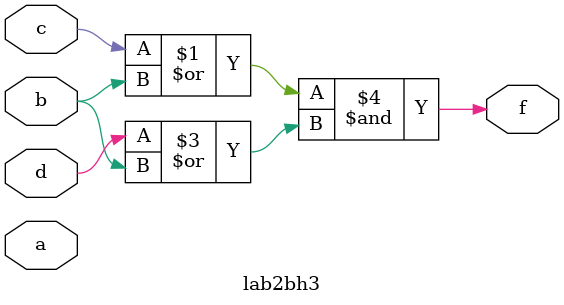
<source format=v>
module lab2bh3(a,b,c,d,f);
input a,b,c,d;
output f;
assign f=(c|b)&(d|&b);
endmodule
</source>
